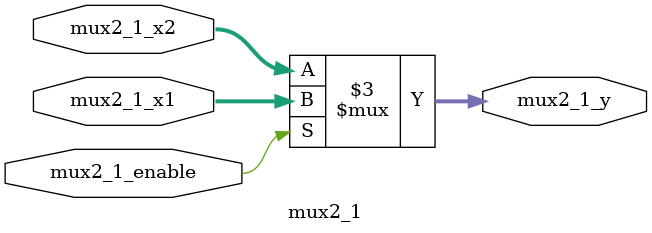
<source format=sv>
module mux2_1(
    input logic [31:0]mux2_1_x1,mux2_1_x2,
    input logic mux2_1_enable,
    output logic [31:0]mux2_1_y 
);
 always_comb begin 
    if (mux2_1_enable) begin
        mux2_1_y=mux2_1_x1;
    end
    else begin
        mux2_1_y=mux2_1_x2;
    end
 end   
endmodule
</source>
